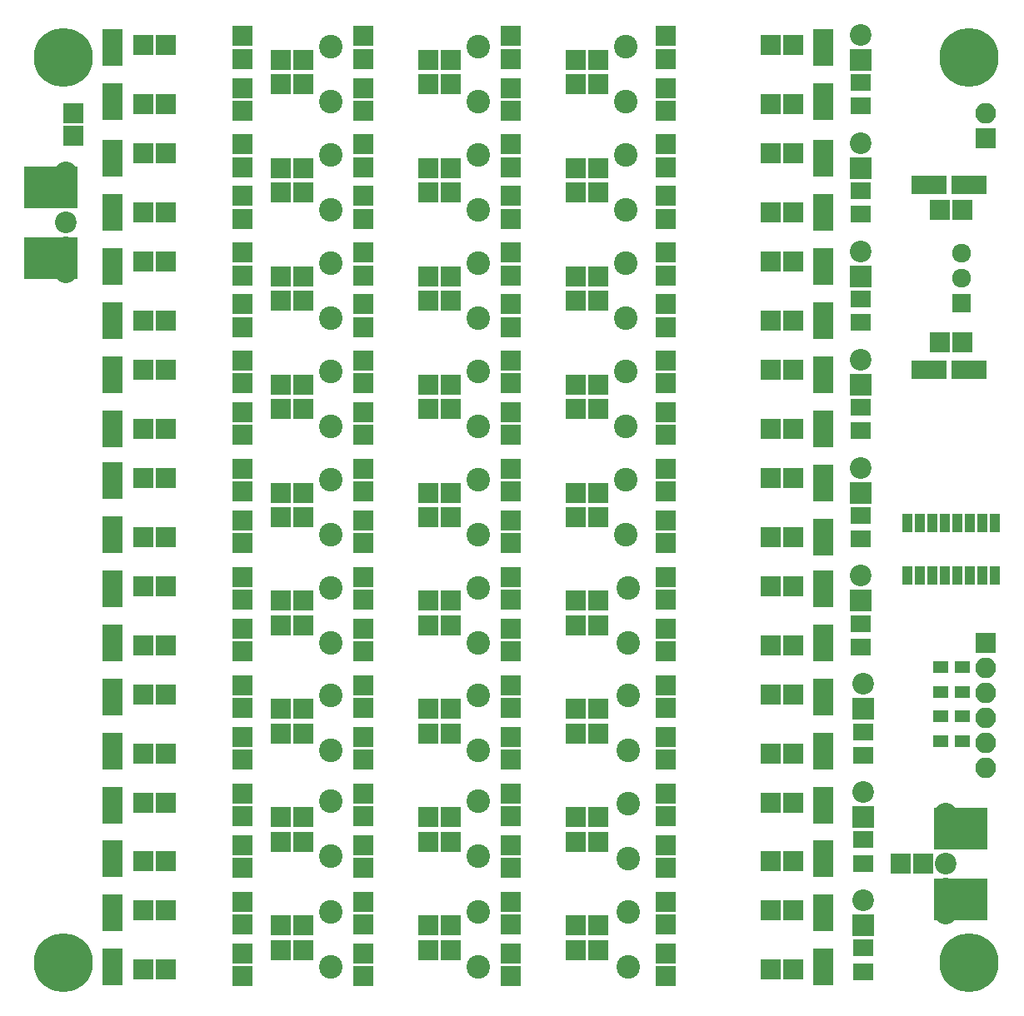
<source format=gts>
G04 #@! TF.FileFunction,Soldermask,Top*
%FSLAX46Y46*%
G04 Gerber Fmt 4.6, Leading zero omitted, Abs format (unit mm)*
G04 Created by KiCad (PCBNEW 4.0.7-e2-6376~58~ubuntu14.04.1) date Sat May 19 07:38:07 2018*
%MOMM*%
%LPD*%
G01*
G04 APERTURE LIST*
%ADD10C,0.100000*%
%ADD11R,2.000000X2.000000*%
%ADD12R,2.100000X3.700000*%
%ADD13C,2.200000*%
%ADD14R,5.400000X4.360000*%
%ADD15C,2.398980*%
%ADD16C,6.000000*%
%ADD17R,2.200000X2.200000*%
%ADD18R,2.100000X1.800000*%
%ADD19R,1.000000X1.900000*%
%ADD20R,3.600000X1.900000*%
%ADD21R,2.100000X2.100000*%
%ADD22O,2.100000X2.100000*%
%ADD23C,1.920000*%
%ADD24R,1.920000X1.920000*%
%ADD25R,1.600000X1.300000*%
G04 APERTURE END LIST*
D10*
D11*
X105400000Y-27750000D03*
X103100000Y-27750000D03*
X76400000Y-51750000D03*
X74100000Y-51750000D03*
X120400000Y-36250000D03*
X118100000Y-36250000D03*
X76400000Y-34750000D03*
X74100000Y-34750000D03*
X111500000Y-50100000D03*
X111500000Y-52400000D03*
X120400000Y-49750000D03*
X118100000Y-49750000D03*
X120400000Y-47250000D03*
X118100000Y-47250000D03*
X90400000Y-25250000D03*
X88100000Y-25250000D03*
X90400000Y-36250000D03*
X88100000Y-36250000D03*
X111500000Y-36150000D03*
X111500000Y-33850000D03*
X76400000Y-23750000D03*
X74100000Y-23750000D03*
X111500000Y-47150000D03*
X111500000Y-44850000D03*
X137850000Y-40750000D03*
X140150000Y-40750000D03*
X137850000Y-51750000D03*
X140150000Y-51750000D03*
X96500000Y-25150000D03*
X96500000Y-22850000D03*
X76400000Y-40750000D03*
X74100000Y-40750000D03*
X90400000Y-47250000D03*
X88100000Y-47250000D03*
X96500000Y-50100000D03*
X96500000Y-52400000D03*
X105400000Y-49750000D03*
X103100000Y-49750000D03*
X127250000Y-47150000D03*
X127250000Y-44850000D03*
X140150000Y-45750000D03*
X137850000Y-45750000D03*
X96500000Y-28100000D03*
X96500000Y-30400000D03*
X105400000Y-36250000D03*
X103100000Y-36250000D03*
X90400000Y-49750000D03*
X88100000Y-49750000D03*
X105400000Y-47250000D03*
X103100000Y-47250000D03*
X140150000Y-23750000D03*
X137850000Y-23750000D03*
X90400000Y-27750000D03*
X88100000Y-27750000D03*
X111500000Y-25150000D03*
X111500000Y-22850000D03*
X96500000Y-47150000D03*
X96500000Y-44850000D03*
X96500000Y-61100000D03*
X96500000Y-63400000D03*
X111500000Y-58150000D03*
X111500000Y-55850000D03*
X74100000Y-29750000D03*
X76400000Y-29750000D03*
X111500000Y-61100000D03*
X111500000Y-63400000D03*
X120400000Y-60750000D03*
X118100000Y-60750000D03*
X137850000Y-62750000D03*
X140150000Y-62750000D03*
X127250000Y-58150000D03*
X127250000Y-55850000D03*
X140150000Y-56750000D03*
X137850000Y-56750000D03*
X76400000Y-73750000D03*
X74100000Y-73750000D03*
X84250000Y-72100000D03*
X84250000Y-74400000D03*
X90400000Y-71750000D03*
X88100000Y-71750000D03*
X96500000Y-69150000D03*
X96500000Y-66850000D03*
X127250000Y-25150000D03*
X127250000Y-22850000D03*
X137850000Y-73750000D03*
X140150000Y-73750000D03*
X127250000Y-69150000D03*
X127250000Y-66850000D03*
X140150000Y-67750000D03*
X137850000Y-67750000D03*
X105400000Y-69250000D03*
X103100000Y-69250000D03*
X120400000Y-25250000D03*
X118100000Y-25250000D03*
X140150000Y-29750000D03*
X137850000Y-29750000D03*
X84250000Y-28100000D03*
X84250000Y-30400000D03*
X111500000Y-28100000D03*
X111500000Y-30400000D03*
X111500000Y-69150000D03*
X111500000Y-66850000D03*
X96500000Y-36150000D03*
X96500000Y-33850000D03*
X127250000Y-36150000D03*
X127250000Y-33850000D03*
X84250000Y-39100000D03*
X84250000Y-41400000D03*
X84250000Y-47150000D03*
X84250000Y-44850000D03*
X140150000Y-34750000D03*
X137850000Y-34750000D03*
X76400000Y-45750000D03*
X74100000Y-45750000D03*
D12*
X71000000Y-29500000D03*
X71000000Y-24000000D03*
X143250000Y-24000000D03*
X143250000Y-29500000D03*
X71000000Y-40750000D03*
X71000000Y-35250000D03*
X71000000Y-51750000D03*
X71000000Y-46250000D03*
X143250000Y-35250000D03*
X143250000Y-40750000D03*
X143250000Y-46250000D03*
X143250000Y-51750000D03*
D13*
X155643000Y-112080000D03*
X155643000Y-101920000D03*
D14*
X157150000Y-103380000D03*
X157150000Y-110620000D03*
D13*
X155643000Y-109540000D03*
X155643000Y-104460000D03*
X155643000Y-107000000D03*
D11*
X96500000Y-58150000D03*
X96500000Y-55850000D03*
X76400000Y-56750000D03*
X74100000Y-56750000D03*
D12*
X71000000Y-62750000D03*
X71000000Y-57250000D03*
X143250000Y-57250000D03*
X143250000Y-62750000D03*
D11*
X76400000Y-62750000D03*
X74100000Y-62750000D03*
X84250000Y-61100000D03*
X84250000Y-63400000D03*
X90400000Y-58250000D03*
X88100000Y-58250000D03*
X105400000Y-58250000D03*
X103100000Y-58250000D03*
X76400000Y-67750000D03*
X74100000Y-67750000D03*
X120400000Y-71750000D03*
X118100000Y-71750000D03*
D12*
X71000000Y-73500000D03*
X71000000Y-68000000D03*
X143250000Y-68250000D03*
X143250000Y-73750000D03*
D15*
X93146000Y-29492000D03*
X93146000Y-23904000D03*
X108146000Y-29492000D03*
X108146000Y-23904000D03*
X93146000Y-51492000D03*
X93146000Y-45904000D03*
X123146000Y-29492000D03*
X123146000Y-23904000D03*
X93146000Y-40492000D03*
X93146000Y-34904000D03*
X108146000Y-40492000D03*
X108146000Y-34904000D03*
X123146000Y-40492000D03*
X123146000Y-34904000D03*
D11*
X76400000Y-84750000D03*
X74100000Y-84750000D03*
X76400000Y-95750000D03*
X74100000Y-95750000D03*
X76400000Y-106750000D03*
X74100000Y-106750000D03*
X84250000Y-80150000D03*
X84250000Y-77850000D03*
X84250000Y-91150000D03*
X84250000Y-88850000D03*
X84250000Y-102150000D03*
X84250000Y-99850000D03*
X90400000Y-80250000D03*
X88100000Y-80250000D03*
X90400000Y-91250000D03*
X88100000Y-91250000D03*
X90400000Y-102250000D03*
X88100000Y-102250000D03*
X76400000Y-78750000D03*
X74100000Y-78750000D03*
X76400000Y-89750000D03*
X74100000Y-89750000D03*
X76400000Y-100750000D03*
X74100000Y-100750000D03*
X96500000Y-80150000D03*
X96500000Y-77850000D03*
X96500000Y-91150000D03*
X96500000Y-88850000D03*
X96500000Y-102150000D03*
X96500000Y-99850000D03*
X105400000Y-80250000D03*
X103100000Y-80250000D03*
X105400000Y-91250000D03*
X103100000Y-91250000D03*
X105400000Y-102250000D03*
X103100000Y-102250000D03*
X111500000Y-80150000D03*
X111500000Y-77850000D03*
X111500000Y-91150000D03*
X111500000Y-88850000D03*
X111500000Y-102150000D03*
X111500000Y-99850000D03*
X120400000Y-82750000D03*
X118100000Y-82750000D03*
X120400000Y-91250000D03*
X118100000Y-91250000D03*
X120400000Y-102250000D03*
X118100000Y-102250000D03*
X137850000Y-84750000D03*
X140150000Y-84750000D03*
X137850000Y-95750000D03*
X140150000Y-95750000D03*
X137850000Y-106750000D03*
X140150000Y-106750000D03*
X127250000Y-80150000D03*
X127250000Y-77850000D03*
X127250000Y-94100000D03*
X127250000Y-96400000D03*
X127250000Y-105100000D03*
X127250000Y-107400000D03*
X140150000Y-78750000D03*
X137850000Y-78750000D03*
X140150000Y-89750000D03*
X137850000Y-89750000D03*
X140150000Y-100750000D03*
X137850000Y-100750000D03*
D12*
X71000000Y-84500000D03*
X71000000Y-79000000D03*
X71000000Y-95500000D03*
X71000000Y-90000000D03*
X71000000Y-106500000D03*
X71000000Y-101000000D03*
X143250000Y-79000000D03*
X143250000Y-84500000D03*
X143250000Y-90000000D03*
X143250000Y-95500000D03*
X143250000Y-101000000D03*
X143250000Y-106500000D03*
D11*
X74100000Y-117750000D03*
X76400000Y-117750000D03*
X84250000Y-113150000D03*
X84250000Y-110850000D03*
X90400000Y-113250000D03*
X88100000Y-113250000D03*
X76400000Y-111750000D03*
X74100000Y-111750000D03*
X90400000Y-115750000D03*
X88100000Y-115750000D03*
X96500000Y-113150000D03*
X96500000Y-110850000D03*
X84250000Y-116100000D03*
X84250000Y-118400000D03*
X105400000Y-113250000D03*
X103100000Y-113250000D03*
X105400000Y-115750000D03*
X103100000Y-115750000D03*
X111500000Y-113150000D03*
X111500000Y-110850000D03*
X120400000Y-113250000D03*
X118100000Y-113250000D03*
X140150000Y-117750000D03*
X137850000Y-117750000D03*
X127250000Y-113150000D03*
X127250000Y-110850000D03*
X140150000Y-111750000D03*
X137850000Y-111750000D03*
D12*
X71000000Y-117500000D03*
X71000000Y-112000000D03*
X143250000Y-112000000D03*
X143250000Y-117500000D03*
D13*
X66257000Y-36720000D03*
X66257000Y-46880000D03*
D14*
X64750000Y-45420000D03*
X64750000Y-38180000D03*
D13*
X66257000Y-39260000D03*
X66257000Y-44340000D03*
X66257000Y-41800000D03*
D15*
X123396000Y-106492000D03*
X123396000Y-100904000D03*
X93146000Y-117492000D03*
X93146000Y-111904000D03*
X108146000Y-117492000D03*
X108146000Y-111904000D03*
X123396000Y-117492000D03*
X123396000Y-111904000D03*
X123146000Y-51492000D03*
X123146000Y-45904000D03*
X108146000Y-51492000D03*
X108146000Y-45904000D03*
X123146000Y-62492000D03*
X123146000Y-56904000D03*
X108146000Y-62492000D03*
X108146000Y-56904000D03*
X93146000Y-62492000D03*
X93146000Y-56904000D03*
X123146000Y-73492000D03*
X123146000Y-67904000D03*
X108146000Y-73492000D03*
X108146000Y-67904000D03*
X93146000Y-73492000D03*
X93146000Y-67904000D03*
D16*
X158000000Y-25000000D03*
X158000000Y-117000000D03*
X66000000Y-117000000D03*
X66000000Y-25000000D03*
D11*
X90400000Y-82750000D03*
X88100000Y-82750000D03*
X105400000Y-82750000D03*
X103100000Y-82750000D03*
X120400000Y-80250000D03*
X118100000Y-80250000D03*
D15*
X93146000Y-84492000D03*
X93146000Y-78904000D03*
X108146000Y-84492000D03*
X108146000Y-78904000D03*
X123396000Y-84492000D03*
X123396000Y-78904000D03*
D11*
X90400000Y-93750000D03*
X88100000Y-93750000D03*
X84250000Y-25150000D03*
X84250000Y-22850000D03*
X105400000Y-25250000D03*
X103100000Y-25250000D03*
X120400000Y-27750000D03*
X118100000Y-27750000D03*
X127250000Y-28100000D03*
X127250000Y-30400000D03*
X90400000Y-38750000D03*
X88100000Y-38750000D03*
X84250000Y-36150000D03*
X84250000Y-33850000D03*
X105400000Y-38750000D03*
X103100000Y-38750000D03*
X96500000Y-39100000D03*
X96500000Y-41400000D03*
X120400000Y-38750000D03*
X118100000Y-38750000D03*
X111500000Y-39100000D03*
X111500000Y-41400000D03*
X127250000Y-39100000D03*
X127250000Y-41400000D03*
X84250000Y-50100000D03*
X84250000Y-52400000D03*
X127250000Y-50100000D03*
X127250000Y-52400000D03*
X90400000Y-60750000D03*
X88100000Y-60750000D03*
X84250000Y-58150000D03*
X84250000Y-55850000D03*
X105400000Y-60750000D03*
X103100000Y-60750000D03*
X120400000Y-58250000D03*
X118100000Y-58250000D03*
X127250000Y-61100000D03*
X127250000Y-63400000D03*
X90400000Y-69250000D03*
X88100000Y-69250000D03*
X84250000Y-69150000D03*
X84250000Y-66850000D03*
X105400000Y-71750000D03*
X103100000Y-71750000D03*
X96500000Y-72100000D03*
X96500000Y-74400000D03*
X120400000Y-69250000D03*
X118100000Y-69250000D03*
X111500000Y-72100000D03*
X111500000Y-74400000D03*
X127250000Y-72100000D03*
X127250000Y-74400000D03*
X84250000Y-83100000D03*
X84250000Y-85400000D03*
X96500000Y-83100000D03*
X96500000Y-85400000D03*
X111500000Y-83100000D03*
X111500000Y-85400000D03*
X127250000Y-83100000D03*
X127250000Y-85400000D03*
X84250000Y-94100000D03*
X84250000Y-96400000D03*
X105400000Y-93750000D03*
X103100000Y-93750000D03*
X96500000Y-94100000D03*
X96500000Y-96400000D03*
X111500000Y-94100000D03*
X111500000Y-96400000D03*
X127250000Y-91150000D03*
X127250000Y-88850000D03*
X120400000Y-93750000D03*
X118100000Y-93750000D03*
D15*
X93146000Y-95492000D03*
X93146000Y-89904000D03*
X108146000Y-95492000D03*
X108146000Y-89904000D03*
X123396000Y-95492000D03*
X123396000Y-89904000D03*
D11*
X90400000Y-104750000D03*
X88100000Y-104750000D03*
X84250000Y-105100000D03*
X84250000Y-107400000D03*
X105400000Y-104750000D03*
X103100000Y-104750000D03*
X96500000Y-105100000D03*
X96500000Y-107400000D03*
X120400000Y-104750000D03*
X118100000Y-104750000D03*
X111500000Y-105100000D03*
X111500000Y-107400000D03*
X127250000Y-102150000D03*
X127250000Y-99850000D03*
D15*
X93146000Y-106242000D03*
X93146000Y-100654000D03*
X108146000Y-106242000D03*
X108146000Y-100654000D03*
D17*
X147000000Y-25250000D03*
D13*
X147000000Y-22710000D03*
D17*
X147000000Y-36250000D03*
D13*
X147000000Y-33710000D03*
D17*
X147000000Y-47250000D03*
D13*
X147000000Y-44710000D03*
D17*
X147000000Y-58250000D03*
D13*
X147000000Y-55710000D03*
D17*
X147000000Y-69250000D03*
D13*
X147000000Y-66710000D03*
D17*
X147000000Y-80250000D03*
D13*
X147000000Y-77710000D03*
D17*
X147250000Y-91250000D03*
D13*
X147250000Y-88710000D03*
D17*
X147250000Y-102250000D03*
D13*
X147250000Y-99710000D03*
D17*
X147250000Y-113250000D03*
D13*
X147250000Y-110710000D03*
D18*
X147000000Y-27550000D03*
X147000000Y-29950000D03*
X147000000Y-38550000D03*
X147000000Y-40950000D03*
X147000000Y-49550000D03*
X147000000Y-51950000D03*
X147000000Y-60550000D03*
X147000000Y-62950000D03*
X147000000Y-71550000D03*
X147000000Y-73950000D03*
X147000000Y-82550000D03*
X147000000Y-84950000D03*
X147250000Y-93550000D03*
X147250000Y-95950000D03*
X147250000Y-104550000D03*
X147250000Y-106950000D03*
X147250000Y-115550000D03*
X147250000Y-117950000D03*
D19*
X160695000Y-72300000D03*
X159425000Y-72300000D03*
X158155000Y-72300000D03*
X156885000Y-72300000D03*
X155615000Y-72300000D03*
X154345000Y-72300000D03*
X153075000Y-72300000D03*
X151805000Y-72300000D03*
X151805000Y-77700000D03*
X153075000Y-77700000D03*
X154345000Y-77700000D03*
X155615000Y-77700000D03*
X156885000Y-77700000D03*
X158155000Y-77700000D03*
X159425000Y-77700000D03*
X160695000Y-77700000D03*
D11*
X157400000Y-40500000D03*
X155100000Y-40500000D03*
D20*
X158000000Y-38000000D03*
X154000000Y-38000000D03*
D11*
X157400000Y-54000000D03*
X155100000Y-54000000D03*
D20*
X158000000Y-56750000D03*
X154000000Y-56750000D03*
D21*
X159750000Y-33250000D03*
D22*
X159750000Y-30710000D03*
D21*
X159750000Y-84500000D03*
D22*
X159750000Y-87040000D03*
X159750000Y-89580000D03*
X159750000Y-92120000D03*
X159750000Y-94660000D03*
X159750000Y-97200000D03*
D23*
X157250000Y-47460000D03*
X157250000Y-44920000D03*
D24*
X157250000Y-50000000D03*
D11*
X67000000Y-32950000D03*
X67000000Y-30650000D03*
X153400000Y-107000000D03*
X151100000Y-107000000D03*
X96500000Y-116100000D03*
X96500000Y-118400000D03*
X120400000Y-115750000D03*
X118100000Y-115750000D03*
X111500000Y-116100000D03*
X111500000Y-118400000D03*
X127250000Y-116100000D03*
X127250000Y-118400000D03*
D25*
X157350000Y-87000000D03*
X155150000Y-87000000D03*
X157350000Y-89500000D03*
X155150000Y-89500000D03*
X157350000Y-92000000D03*
X155150000Y-92000000D03*
X157350000Y-94500000D03*
X155150000Y-94500000D03*
M02*

</source>
